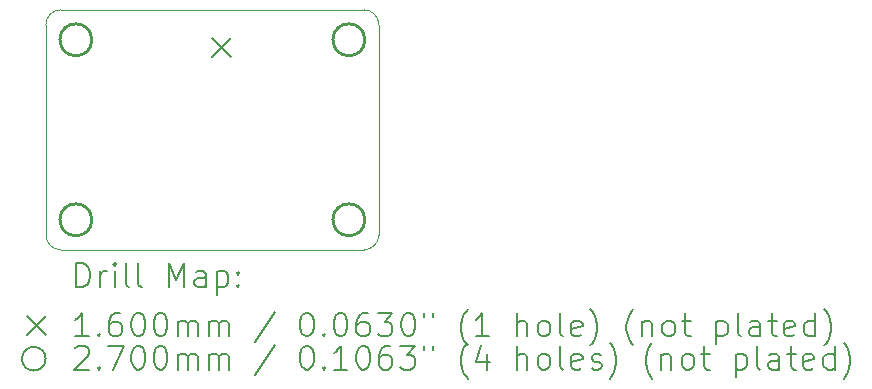
<source format=gbr>
%TF.GenerationSoftware,KiCad,Pcbnew,8.0.4*%
%TF.CreationDate,2024-09-07T16:21:25-07:00*%
%TF.ProjectId,upiez,75706965-7a2e-46b6-9963-61645f706362,rev?*%
%TF.SameCoordinates,Original*%
%TF.FileFunction,Drillmap*%
%TF.FilePolarity,Positive*%
%FSLAX45Y45*%
G04 Gerber Fmt 4.5, Leading zero omitted, Abs format (unit mm)*
G04 Created by KiCad (PCBNEW 8.0.4) date 2024-09-07 16:21:25*
%MOMM*%
%LPD*%
G01*
G04 APERTURE LIST*
%ADD10C,0.050000*%
%ADD11C,0.200000*%
%ADD12C,0.160000*%
%ADD13C,0.270000*%
G04 APERTURE END LIST*
D10*
X5359400Y-4445000D02*
G75*
G02*
X5232400Y-4572000I-127000J0D01*
G01*
X2540000Y-2971800D02*
X2540000Y-2667000D01*
X5232400Y-2540000D02*
G75*
G02*
X5359400Y-2667000I0J-127000D01*
G01*
X2540000Y-4445000D02*
X2540000Y-2971800D01*
X2667000Y-4572000D02*
G75*
G02*
X2540000Y-4445000I0J127000D01*
G01*
X2667000Y-2540000D02*
X5232400Y-2540000D01*
X2540000Y-2667000D02*
G75*
G02*
X2667000Y-2540000I127000J0D01*
G01*
X5359400Y-2667000D02*
X5359400Y-4445000D01*
X5232400Y-4572000D02*
X2667000Y-4572000D01*
D11*
D12*
X3945900Y-2779200D02*
X4105900Y-2939200D01*
X4105900Y-2779200D02*
X3945900Y-2939200D01*
D13*
X2929000Y-2794000D02*
G75*
G02*
X2659000Y-2794000I-135000J0D01*
G01*
X2659000Y-2794000D02*
G75*
G02*
X2929000Y-2794000I135000J0D01*
G01*
X2929000Y-4318000D02*
G75*
G02*
X2659000Y-4318000I-135000J0D01*
G01*
X2659000Y-4318000D02*
G75*
G02*
X2929000Y-4318000I135000J0D01*
G01*
X5240400Y-2794000D02*
G75*
G02*
X4970400Y-2794000I-135000J0D01*
G01*
X4970400Y-2794000D02*
G75*
G02*
X5240400Y-2794000I135000J0D01*
G01*
X5240400Y-4318000D02*
G75*
G02*
X4970400Y-4318000I-135000J0D01*
G01*
X4970400Y-4318000D02*
G75*
G02*
X5240400Y-4318000I135000J0D01*
G01*
D11*
X2798277Y-4885984D02*
X2798277Y-4685984D01*
X2798277Y-4685984D02*
X2845896Y-4685984D01*
X2845896Y-4685984D02*
X2874467Y-4695508D01*
X2874467Y-4695508D02*
X2893515Y-4714555D01*
X2893515Y-4714555D02*
X2903039Y-4733603D01*
X2903039Y-4733603D02*
X2912562Y-4771698D01*
X2912562Y-4771698D02*
X2912562Y-4800270D01*
X2912562Y-4800270D02*
X2903039Y-4838365D01*
X2903039Y-4838365D02*
X2893515Y-4857412D01*
X2893515Y-4857412D02*
X2874467Y-4876460D01*
X2874467Y-4876460D02*
X2845896Y-4885984D01*
X2845896Y-4885984D02*
X2798277Y-4885984D01*
X2998277Y-4885984D02*
X2998277Y-4752650D01*
X2998277Y-4790746D02*
X3007801Y-4771698D01*
X3007801Y-4771698D02*
X3017324Y-4762174D01*
X3017324Y-4762174D02*
X3036372Y-4752650D01*
X3036372Y-4752650D02*
X3055420Y-4752650D01*
X3122086Y-4885984D02*
X3122086Y-4752650D01*
X3122086Y-4685984D02*
X3112562Y-4695508D01*
X3112562Y-4695508D02*
X3122086Y-4705031D01*
X3122086Y-4705031D02*
X3131610Y-4695508D01*
X3131610Y-4695508D02*
X3122086Y-4685984D01*
X3122086Y-4685984D02*
X3122086Y-4705031D01*
X3245896Y-4885984D02*
X3226848Y-4876460D01*
X3226848Y-4876460D02*
X3217324Y-4857412D01*
X3217324Y-4857412D02*
X3217324Y-4685984D01*
X3350658Y-4885984D02*
X3331610Y-4876460D01*
X3331610Y-4876460D02*
X3322086Y-4857412D01*
X3322086Y-4857412D02*
X3322086Y-4685984D01*
X3579229Y-4885984D02*
X3579229Y-4685984D01*
X3579229Y-4685984D02*
X3645896Y-4828841D01*
X3645896Y-4828841D02*
X3712562Y-4685984D01*
X3712562Y-4685984D02*
X3712562Y-4885984D01*
X3893515Y-4885984D02*
X3893515Y-4781222D01*
X3893515Y-4781222D02*
X3883991Y-4762174D01*
X3883991Y-4762174D02*
X3864943Y-4752650D01*
X3864943Y-4752650D02*
X3826848Y-4752650D01*
X3826848Y-4752650D02*
X3807801Y-4762174D01*
X3893515Y-4876460D02*
X3874467Y-4885984D01*
X3874467Y-4885984D02*
X3826848Y-4885984D01*
X3826848Y-4885984D02*
X3807801Y-4876460D01*
X3807801Y-4876460D02*
X3798277Y-4857412D01*
X3798277Y-4857412D02*
X3798277Y-4838365D01*
X3798277Y-4838365D02*
X3807801Y-4819317D01*
X3807801Y-4819317D02*
X3826848Y-4809793D01*
X3826848Y-4809793D02*
X3874467Y-4809793D01*
X3874467Y-4809793D02*
X3893515Y-4800270D01*
X3988753Y-4752650D02*
X3988753Y-4952650D01*
X3988753Y-4762174D02*
X4007801Y-4752650D01*
X4007801Y-4752650D02*
X4045896Y-4752650D01*
X4045896Y-4752650D02*
X4064943Y-4762174D01*
X4064943Y-4762174D02*
X4074467Y-4771698D01*
X4074467Y-4771698D02*
X4083991Y-4790746D01*
X4083991Y-4790746D02*
X4083991Y-4847889D01*
X4083991Y-4847889D02*
X4074467Y-4866936D01*
X4074467Y-4866936D02*
X4064943Y-4876460D01*
X4064943Y-4876460D02*
X4045896Y-4885984D01*
X4045896Y-4885984D02*
X4007801Y-4885984D01*
X4007801Y-4885984D02*
X3988753Y-4876460D01*
X4169705Y-4866936D02*
X4179229Y-4876460D01*
X4179229Y-4876460D02*
X4169705Y-4885984D01*
X4169705Y-4885984D02*
X4160182Y-4876460D01*
X4160182Y-4876460D02*
X4169705Y-4866936D01*
X4169705Y-4866936D02*
X4169705Y-4885984D01*
X4169705Y-4762174D02*
X4179229Y-4771698D01*
X4179229Y-4771698D02*
X4169705Y-4781222D01*
X4169705Y-4781222D02*
X4160182Y-4771698D01*
X4160182Y-4771698D02*
X4169705Y-4762174D01*
X4169705Y-4762174D02*
X4169705Y-4781222D01*
D12*
X2377500Y-5134500D02*
X2537500Y-5294500D01*
X2537500Y-5134500D02*
X2377500Y-5294500D01*
D11*
X2903039Y-5305984D02*
X2788753Y-5305984D01*
X2845896Y-5305984D02*
X2845896Y-5105984D01*
X2845896Y-5105984D02*
X2826848Y-5134555D01*
X2826848Y-5134555D02*
X2807801Y-5153603D01*
X2807801Y-5153603D02*
X2788753Y-5163127D01*
X2988753Y-5286936D02*
X2998277Y-5296460D01*
X2998277Y-5296460D02*
X2988753Y-5305984D01*
X2988753Y-5305984D02*
X2979229Y-5296460D01*
X2979229Y-5296460D02*
X2988753Y-5286936D01*
X2988753Y-5286936D02*
X2988753Y-5305984D01*
X3169705Y-5105984D02*
X3131610Y-5105984D01*
X3131610Y-5105984D02*
X3112562Y-5115508D01*
X3112562Y-5115508D02*
X3103039Y-5125031D01*
X3103039Y-5125031D02*
X3083991Y-5153603D01*
X3083991Y-5153603D02*
X3074467Y-5191698D01*
X3074467Y-5191698D02*
X3074467Y-5267889D01*
X3074467Y-5267889D02*
X3083991Y-5286936D01*
X3083991Y-5286936D02*
X3093515Y-5296460D01*
X3093515Y-5296460D02*
X3112562Y-5305984D01*
X3112562Y-5305984D02*
X3150658Y-5305984D01*
X3150658Y-5305984D02*
X3169705Y-5296460D01*
X3169705Y-5296460D02*
X3179229Y-5286936D01*
X3179229Y-5286936D02*
X3188753Y-5267889D01*
X3188753Y-5267889D02*
X3188753Y-5220270D01*
X3188753Y-5220270D02*
X3179229Y-5201222D01*
X3179229Y-5201222D02*
X3169705Y-5191698D01*
X3169705Y-5191698D02*
X3150658Y-5182174D01*
X3150658Y-5182174D02*
X3112562Y-5182174D01*
X3112562Y-5182174D02*
X3093515Y-5191698D01*
X3093515Y-5191698D02*
X3083991Y-5201222D01*
X3083991Y-5201222D02*
X3074467Y-5220270D01*
X3312562Y-5105984D02*
X3331610Y-5105984D01*
X3331610Y-5105984D02*
X3350658Y-5115508D01*
X3350658Y-5115508D02*
X3360182Y-5125031D01*
X3360182Y-5125031D02*
X3369705Y-5144079D01*
X3369705Y-5144079D02*
X3379229Y-5182174D01*
X3379229Y-5182174D02*
X3379229Y-5229793D01*
X3379229Y-5229793D02*
X3369705Y-5267889D01*
X3369705Y-5267889D02*
X3360182Y-5286936D01*
X3360182Y-5286936D02*
X3350658Y-5296460D01*
X3350658Y-5296460D02*
X3331610Y-5305984D01*
X3331610Y-5305984D02*
X3312562Y-5305984D01*
X3312562Y-5305984D02*
X3293515Y-5296460D01*
X3293515Y-5296460D02*
X3283991Y-5286936D01*
X3283991Y-5286936D02*
X3274467Y-5267889D01*
X3274467Y-5267889D02*
X3264943Y-5229793D01*
X3264943Y-5229793D02*
X3264943Y-5182174D01*
X3264943Y-5182174D02*
X3274467Y-5144079D01*
X3274467Y-5144079D02*
X3283991Y-5125031D01*
X3283991Y-5125031D02*
X3293515Y-5115508D01*
X3293515Y-5115508D02*
X3312562Y-5105984D01*
X3503039Y-5105984D02*
X3522086Y-5105984D01*
X3522086Y-5105984D02*
X3541134Y-5115508D01*
X3541134Y-5115508D02*
X3550658Y-5125031D01*
X3550658Y-5125031D02*
X3560182Y-5144079D01*
X3560182Y-5144079D02*
X3569705Y-5182174D01*
X3569705Y-5182174D02*
X3569705Y-5229793D01*
X3569705Y-5229793D02*
X3560182Y-5267889D01*
X3560182Y-5267889D02*
X3550658Y-5286936D01*
X3550658Y-5286936D02*
X3541134Y-5296460D01*
X3541134Y-5296460D02*
X3522086Y-5305984D01*
X3522086Y-5305984D02*
X3503039Y-5305984D01*
X3503039Y-5305984D02*
X3483991Y-5296460D01*
X3483991Y-5296460D02*
X3474467Y-5286936D01*
X3474467Y-5286936D02*
X3464943Y-5267889D01*
X3464943Y-5267889D02*
X3455420Y-5229793D01*
X3455420Y-5229793D02*
X3455420Y-5182174D01*
X3455420Y-5182174D02*
X3464943Y-5144079D01*
X3464943Y-5144079D02*
X3474467Y-5125031D01*
X3474467Y-5125031D02*
X3483991Y-5115508D01*
X3483991Y-5115508D02*
X3503039Y-5105984D01*
X3655420Y-5305984D02*
X3655420Y-5172650D01*
X3655420Y-5191698D02*
X3664943Y-5182174D01*
X3664943Y-5182174D02*
X3683991Y-5172650D01*
X3683991Y-5172650D02*
X3712563Y-5172650D01*
X3712563Y-5172650D02*
X3731610Y-5182174D01*
X3731610Y-5182174D02*
X3741134Y-5201222D01*
X3741134Y-5201222D02*
X3741134Y-5305984D01*
X3741134Y-5201222D02*
X3750658Y-5182174D01*
X3750658Y-5182174D02*
X3769705Y-5172650D01*
X3769705Y-5172650D02*
X3798277Y-5172650D01*
X3798277Y-5172650D02*
X3817324Y-5182174D01*
X3817324Y-5182174D02*
X3826848Y-5201222D01*
X3826848Y-5201222D02*
X3826848Y-5305984D01*
X3922086Y-5305984D02*
X3922086Y-5172650D01*
X3922086Y-5191698D02*
X3931610Y-5182174D01*
X3931610Y-5182174D02*
X3950658Y-5172650D01*
X3950658Y-5172650D02*
X3979229Y-5172650D01*
X3979229Y-5172650D02*
X3998277Y-5182174D01*
X3998277Y-5182174D02*
X4007801Y-5201222D01*
X4007801Y-5201222D02*
X4007801Y-5305984D01*
X4007801Y-5201222D02*
X4017324Y-5182174D01*
X4017324Y-5182174D02*
X4036372Y-5172650D01*
X4036372Y-5172650D02*
X4064943Y-5172650D01*
X4064943Y-5172650D02*
X4083991Y-5182174D01*
X4083991Y-5182174D02*
X4093515Y-5201222D01*
X4093515Y-5201222D02*
X4093515Y-5305984D01*
X4483991Y-5096460D02*
X4312563Y-5353603D01*
X4741134Y-5105984D02*
X4760182Y-5105984D01*
X4760182Y-5105984D02*
X4779229Y-5115508D01*
X4779229Y-5115508D02*
X4788753Y-5125031D01*
X4788753Y-5125031D02*
X4798277Y-5144079D01*
X4798277Y-5144079D02*
X4807801Y-5182174D01*
X4807801Y-5182174D02*
X4807801Y-5229793D01*
X4807801Y-5229793D02*
X4798277Y-5267889D01*
X4798277Y-5267889D02*
X4788753Y-5286936D01*
X4788753Y-5286936D02*
X4779229Y-5296460D01*
X4779229Y-5296460D02*
X4760182Y-5305984D01*
X4760182Y-5305984D02*
X4741134Y-5305984D01*
X4741134Y-5305984D02*
X4722087Y-5296460D01*
X4722087Y-5296460D02*
X4712563Y-5286936D01*
X4712563Y-5286936D02*
X4703039Y-5267889D01*
X4703039Y-5267889D02*
X4693515Y-5229793D01*
X4693515Y-5229793D02*
X4693515Y-5182174D01*
X4693515Y-5182174D02*
X4703039Y-5144079D01*
X4703039Y-5144079D02*
X4712563Y-5125031D01*
X4712563Y-5125031D02*
X4722087Y-5115508D01*
X4722087Y-5115508D02*
X4741134Y-5105984D01*
X4893515Y-5286936D02*
X4903039Y-5296460D01*
X4903039Y-5296460D02*
X4893515Y-5305984D01*
X4893515Y-5305984D02*
X4883991Y-5296460D01*
X4883991Y-5296460D02*
X4893515Y-5286936D01*
X4893515Y-5286936D02*
X4893515Y-5305984D01*
X5026848Y-5105984D02*
X5045896Y-5105984D01*
X5045896Y-5105984D02*
X5064944Y-5115508D01*
X5064944Y-5115508D02*
X5074468Y-5125031D01*
X5074468Y-5125031D02*
X5083991Y-5144079D01*
X5083991Y-5144079D02*
X5093515Y-5182174D01*
X5093515Y-5182174D02*
X5093515Y-5229793D01*
X5093515Y-5229793D02*
X5083991Y-5267889D01*
X5083991Y-5267889D02*
X5074468Y-5286936D01*
X5074468Y-5286936D02*
X5064944Y-5296460D01*
X5064944Y-5296460D02*
X5045896Y-5305984D01*
X5045896Y-5305984D02*
X5026848Y-5305984D01*
X5026848Y-5305984D02*
X5007801Y-5296460D01*
X5007801Y-5296460D02*
X4998277Y-5286936D01*
X4998277Y-5286936D02*
X4988753Y-5267889D01*
X4988753Y-5267889D02*
X4979229Y-5229793D01*
X4979229Y-5229793D02*
X4979229Y-5182174D01*
X4979229Y-5182174D02*
X4988753Y-5144079D01*
X4988753Y-5144079D02*
X4998277Y-5125031D01*
X4998277Y-5125031D02*
X5007801Y-5115508D01*
X5007801Y-5115508D02*
X5026848Y-5105984D01*
X5264944Y-5105984D02*
X5226848Y-5105984D01*
X5226848Y-5105984D02*
X5207801Y-5115508D01*
X5207801Y-5115508D02*
X5198277Y-5125031D01*
X5198277Y-5125031D02*
X5179229Y-5153603D01*
X5179229Y-5153603D02*
X5169706Y-5191698D01*
X5169706Y-5191698D02*
X5169706Y-5267889D01*
X5169706Y-5267889D02*
X5179229Y-5286936D01*
X5179229Y-5286936D02*
X5188753Y-5296460D01*
X5188753Y-5296460D02*
X5207801Y-5305984D01*
X5207801Y-5305984D02*
X5245896Y-5305984D01*
X5245896Y-5305984D02*
X5264944Y-5296460D01*
X5264944Y-5296460D02*
X5274468Y-5286936D01*
X5274468Y-5286936D02*
X5283991Y-5267889D01*
X5283991Y-5267889D02*
X5283991Y-5220270D01*
X5283991Y-5220270D02*
X5274468Y-5201222D01*
X5274468Y-5201222D02*
X5264944Y-5191698D01*
X5264944Y-5191698D02*
X5245896Y-5182174D01*
X5245896Y-5182174D02*
X5207801Y-5182174D01*
X5207801Y-5182174D02*
X5188753Y-5191698D01*
X5188753Y-5191698D02*
X5179229Y-5201222D01*
X5179229Y-5201222D02*
X5169706Y-5220270D01*
X5350658Y-5105984D02*
X5474468Y-5105984D01*
X5474468Y-5105984D02*
X5407801Y-5182174D01*
X5407801Y-5182174D02*
X5436372Y-5182174D01*
X5436372Y-5182174D02*
X5455420Y-5191698D01*
X5455420Y-5191698D02*
X5464944Y-5201222D01*
X5464944Y-5201222D02*
X5474468Y-5220270D01*
X5474468Y-5220270D02*
X5474468Y-5267889D01*
X5474468Y-5267889D02*
X5464944Y-5286936D01*
X5464944Y-5286936D02*
X5455420Y-5296460D01*
X5455420Y-5296460D02*
X5436372Y-5305984D01*
X5436372Y-5305984D02*
X5379229Y-5305984D01*
X5379229Y-5305984D02*
X5360182Y-5296460D01*
X5360182Y-5296460D02*
X5350658Y-5286936D01*
X5598277Y-5105984D02*
X5617325Y-5105984D01*
X5617325Y-5105984D02*
X5636372Y-5115508D01*
X5636372Y-5115508D02*
X5645896Y-5125031D01*
X5645896Y-5125031D02*
X5655420Y-5144079D01*
X5655420Y-5144079D02*
X5664944Y-5182174D01*
X5664944Y-5182174D02*
X5664944Y-5229793D01*
X5664944Y-5229793D02*
X5655420Y-5267889D01*
X5655420Y-5267889D02*
X5645896Y-5286936D01*
X5645896Y-5286936D02*
X5636372Y-5296460D01*
X5636372Y-5296460D02*
X5617325Y-5305984D01*
X5617325Y-5305984D02*
X5598277Y-5305984D01*
X5598277Y-5305984D02*
X5579229Y-5296460D01*
X5579229Y-5296460D02*
X5569706Y-5286936D01*
X5569706Y-5286936D02*
X5560182Y-5267889D01*
X5560182Y-5267889D02*
X5550658Y-5229793D01*
X5550658Y-5229793D02*
X5550658Y-5182174D01*
X5550658Y-5182174D02*
X5560182Y-5144079D01*
X5560182Y-5144079D02*
X5569706Y-5125031D01*
X5569706Y-5125031D02*
X5579229Y-5115508D01*
X5579229Y-5115508D02*
X5598277Y-5105984D01*
X5741134Y-5105984D02*
X5741134Y-5144079D01*
X5817325Y-5105984D02*
X5817325Y-5144079D01*
X6112563Y-5382174D02*
X6103039Y-5372650D01*
X6103039Y-5372650D02*
X6083991Y-5344079D01*
X6083991Y-5344079D02*
X6074468Y-5325031D01*
X6074468Y-5325031D02*
X6064944Y-5296460D01*
X6064944Y-5296460D02*
X6055420Y-5248841D01*
X6055420Y-5248841D02*
X6055420Y-5210746D01*
X6055420Y-5210746D02*
X6064944Y-5163127D01*
X6064944Y-5163127D02*
X6074468Y-5134555D01*
X6074468Y-5134555D02*
X6083991Y-5115508D01*
X6083991Y-5115508D02*
X6103039Y-5086936D01*
X6103039Y-5086936D02*
X6112563Y-5077412D01*
X6293515Y-5305984D02*
X6179229Y-5305984D01*
X6236372Y-5305984D02*
X6236372Y-5105984D01*
X6236372Y-5105984D02*
X6217325Y-5134555D01*
X6217325Y-5134555D02*
X6198277Y-5153603D01*
X6198277Y-5153603D02*
X6179229Y-5163127D01*
X6531610Y-5305984D02*
X6531610Y-5105984D01*
X6617325Y-5305984D02*
X6617325Y-5201222D01*
X6617325Y-5201222D02*
X6607801Y-5182174D01*
X6607801Y-5182174D02*
X6588753Y-5172650D01*
X6588753Y-5172650D02*
X6560182Y-5172650D01*
X6560182Y-5172650D02*
X6541134Y-5182174D01*
X6541134Y-5182174D02*
X6531610Y-5191698D01*
X6741134Y-5305984D02*
X6722087Y-5296460D01*
X6722087Y-5296460D02*
X6712563Y-5286936D01*
X6712563Y-5286936D02*
X6703039Y-5267889D01*
X6703039Y-5267889D02*
X6703039Y-5210746D01*
X6703039Y-5210746D02*
X6712563Y-5191698D01*
X6712563Y-5191698D02*
X6722087Y-5182174D01*
X6722087Y-5182174D02*
X6741134Y-5172650D01*
X6741134Y-5172650D02*
X6769706Y-5172650D01*
X6769706Y-5172650D02*
X6788753Y-5182174D01*
X6788753Y-5182174D02*
X6798277Y-5191698D01*
X6798277Y-5191698D02*
X6807801Y-5210746D01*
X6807801Y-5210746D02*
X6807801Y-5267889D01*
X6807801Y-5267889D02*
X6798277Y-5286936D01*
X6798277Y-5286936D02*
X6788753Y-5296460D01*
X6788753Y-5296460D02*
X6769706Y-5305984D01*
X6769706Y-5305984D02*
X6741134Y-5305984D01*
X6922087Y-5305984D02*
X6903039Y-5296460D01*
X6903039Y-5296460D02*
X6893515Y-5277412D01*
X6893515Y-5277412D02*
X6893515Y-5105984D01*
X7074468Y-5296460D02*
X7055420Y-5305984D01*
X7055420Y-5305984D02*
X7017325Y-5305984D01*
X7017325Y-5305984D02*
X6998277Y-5296460D01*
X6998277Y-5296460D02*
X6988753Y-5277412D01*
X6988753Y-5277412D02*
X6988753Y-5201222D01*
X6988753Y-5201222D02*
X6998277Y-5182174D01*
X6998277Y-5182174D02*
X7017325Y-5172650D01*
X7017325Y-5172650D02*
X7055420Y-5172650D01*
X7055420Y-5172650D02*
X7074468Y-5182174D01*
X7074468Y-5182174D02*
X7083991Y-5201222D01*
X7083991Y-5201222D02*
X7083991Y-5220270D01*
X7083991Y-5220270D02*
X6988753Y-5239317D01*
X7150658Y-5382174D02*
X7160182Y-5372650D01*
X7160182Y-5372650D02*
X7179230Y-5344079D01*
X7179230Y-5344079D02*
X7188753Y-5325031D01*
X7188753Y-5325031D02*
X7198277Y-5296460D01*
X7198277Y-5296460D02*
X7207801Y-5248841D01*
X7207801Y-5248841D02*
X7207801Y-5210746D01*
X7207801Y-5210746D02*
X7198277Y-5163127D01*
X7198277Y-5163127D02*
X7188753Y-5134555D01*
X7188753Y-5134555D02*
X7179230Y-5115508D01*
X7179230Y-5115508D02*
X7160182Y-5086936D01*
X7160182Y-5086936D02*
X7150658Y-5077412D01*
X7512563Y-5382174D02*
X7503039Y-5372650D01*
X7503039Y-5372650D02*
X7483991Y-5344079D01*
X7483991Y-5344079D02*
X7474468Y-5325031D01*
X7474468Y-5325031D02*
X7464944Y-5296460D01*
X7464944Y-5296460D02*
X7455420Y-5248841D01*
X7455420Y-5248841D02*
X7455420Y-5210746D01*
X7455420Y-5210746D02*
X7464944Y-5163127D01*
X7464944Y-5163127D02*
X7474468Y-5134555D01*
X7474468Y-5134555D02*
X7483991Y-5115508D01*
X7483991Y-5115508D02*
X7503039Y-5086936D01*
X7503039Y-5086936D02*
X7512563Y-5077412D01*
X7588753Y-5172650D02*
X7588753Y-5305984D01*
X7588753Y-5191698D02*
X7598277Y-5182174D01*
X7598277Y-5182174D02*
X7617325Y-5172650D01*
X7617325Y-5172650D02*
X7645896Y-5172650D01*
X7645896Y-5172650D02*
X7664944Y-5182174D01*
X7664944Y-5182174D02*
X7674468Y-5201222D01*
X7674468Y-5201222D02*
X7674468Y-5305984D01*
X7798277Y-5305984D02*
X7779230Y-5296460D01*
X7779230Y-5296460D02*
X7769706Y-5286936D01*
X7769706Y-5286936D02*
X7760182Y-5267889D01*
X7760182Y-5267889D02*
X7760182Y-5210746D01*
X7760182Y-5210746D02*
X7769706Y-5191698D01*
X7769706Y-5191698D02*
X7779230Y-5182174D01*
X7779230Y-5182174D02*
X7798277Y-5172650D01*
X7798277Y-5172650D02*
X7826849Y-5172650D01*
X7826849Y-5172650D02*
X7845896Y-5182174D01*
X7845896Y-5182174D02*
X7855420Y-5191698D01*
X7855420Y-5191698D02*
X7864944Y-5210746D01*
X7864944Y-5210746D02*
X7864944Y-5267889D01*
X7864944Y-5267889D02*
X7855420Y-5286936D01*
X7855420Y-5286936D02*
X7845896Y-5296460D01*
X7845896Y-5296460D02*
X7826849Y-5305984D01*
X7826849Y-5305984D02*
X7798277Y-5305984D01*
X7922087Y-5172650D02*
X7998277Y-5172650D01*
X7950658Y-5105984D02*
X7950658Y-5277412D01*
X7950658Y-5277412D02*
X7960182Y-5296460D01*
X7960182Y-5296460D02*
X7979230Y-5305984D01*
X7979230Y-5305984D02*
X7998277Y-5305984D01*
X8217325Y-5172650D02*
X8217325Y-5372650D01*
X8217325Y-5182174D02*
X8236372Y-5172650D01*
X8236372Y-5172650D02*
X8274468Y-5172650D01*
X8274468Y-5172650D02*
X8293515Y-5182174D01*
X8293515Y-5182174D02*
X8303039Y-5191698D01*
X8303039Y-5191698D02*
X8312563Y-5210746D01*
X8312563Y-5210746D02*
X8312563Y-5267889D01*
X8312563Y-5267889D02*
X8303039Y-5286936D01*
X8303039Y-5286936D02*
X8293515Y-5296460D01*
X8293515Y-5296460D02*
X8274468Y-5305984D01*
X8274468Y-5305984D02*
X8236372Y-5305984D01*
X8236372Y-5305984D02*
X8217325Y-5296460D01*
X8426849Y-5305984D02*
X8407801Y-5296460D01*
X8407801Y-5296460D02*
X8398277Y-5277412D01*
X8398277Y-5277412D02*
X8398277Y-5105984D01*
X8588754Y-5305984D02*
X8588754Y-5201222D01*
X8588754Y-5201222D02*
X8579230Y-5182174D01*
X8579230Y-5182174D02*
X8560182Y-5172650D01*
X8560182Y-5172650D02*
X8522087Y-5172650D01*
X8522087Y-5172650D02*
X8503039Y-5182174D01*
X8588754Y-5296460D02*
X8569706Y-5305984D01*
X8569706Y-5305984D02*
X8522087Y-5305984D01*
X8522087Y-5305984D02*
X8503039Y-5296460D01*
X8503039Y-5296460D02*
X8493515Y-5277412D01*
X8493515Y-5277412D02*
X8493515Y-5258365D01*
X8493515Y-5258365D02*
X8503039Y-5239317D01*
X8503039Y-5239317D02*
X8522087Y-5229793D01*
X8522087Y-5229793D02*
X8569706Y-5229793D01*
X8569706Y-5229793D02*
X8588754Y-5220270D01*
X8655420Y-5172650D02*
X8731611Y-5172650D01*
X8683992Y-5105984D02*
X8683992Y-5277412D01*
X8683992Y-5277412D02*
X8693515Y-5296460D01*
X8693515Y-5296460D02*
X8712563Y-5305984D01*
X8712563Y-5305984D02*
X8731611Y-5305984D01*
X8874468Y-5296460D02*
X8855420Y-5305984D01*
X8855420Y-5305984D02*
X8817325Y-5305984D01*
X8817325Y-5305984D02*
X8798277Y-5296460D01*
X8798277Y-5296460D02*
X8788754Y-5277412D01*
X8788754Y-5277412D02*
X8788754Y-5201222D01*
X8788754Y-5201222D02*
X8798277Y-5182174D01*
X8798277Y-5182174D02*
X8817325Y-5172650D01*
X8817325Y-5172650D02*
X8855420Y-5172650D01*
X8855420Y-5172650D02*
X8874468Y-5182174D01*
X8874468Y-5182174D02*
X8883992Y-5201222D01*
X8883992Y-5201222D02*
X8883992Y-5220270D01*
X8883992Y-5220270D02*
X8788754Y-5239317D01*
X9055420Y-5305984D02*
X9055420Y-5105984D01*
X9055420Y-5296460D02*
X9036373Y-5305984D01*
X9036373Y-5305984D02*
X8998277Y-5305984D01*
X8998277Y-5305984D02*
X8979230Y-5296460D01*
X8979230Y-5296460D02*
X8969706Y-5286936D01*
X8969706Y-5286936D02*
X8960182Y-5267889D01*
X8960182Y-5267889D02*
X8960182Y-5210746D01*
X8960182Y-5210746D02*
X8969706Y-5191698D01*
X8969706Y-5191698D02*
X8979230Y-5182174D01*
X8979230Y-5182174D02*
X8998277Y-5172650D01*
X8998277Y-5172650D02*
X9036373Y-5172650D01*
X9036373Y-5172650D02*
X9055420Y-5182174D01*
X9131611Y-5382174D02*
X9141135Y-5372650D01*
X9141135Y-5372650D02*
X9160182Y-5344079D01*
X9160182Y-5344079D02*
X9169706Y-5325031D01*
X9169706Y-5325031D02*
X9179230Y-5296460D01*
X9179230Y-5296460D02*
X9188754Y-5248841D01*
X9188754Y-5248841D02*
X9188754Y-5210746D01*
X9188754Y-5210746D02*
X9179230Y-5163127D01*
X9179230Y-5163127D02*
X9169706Y-5134555D01*
X9169706Y-5134555D02*
X9160182Y-5115508D01*
X9160182Y-5115508D02*
X9141135Y-5086936D01*
X9141135Y-5086936D02*
X9131611Y-5077412D01*
X2537500Y-5494500D02*
G75*
G02*
X2337500Y-5494500I-100000J0D01*
G01*
X2337500Y-5494500D02*
G75*
G02*
X2537500Y-5494500I100000J0D01*
G01*
X2788753Y-5405031D02*
X2798277Y-5395508D01*
X2798277Y-5395508D02*
X2817324Y-5385984D01*
X2817324Y-5385984D02*
X2864943Y-5385984D01*
X2864943Y-5385984D02*
X2883991Y-5395508D01*
X2883991Y-5395508D02*
X2893515Y-5405031D01*
X2893515Y-5405031D02*
X2903039Y-5424079D01*
X2903039Y-5424079D02*
X2903039Y-5443127D01*
X2903039Y-5443127D02*
X2893515Y-5471698D01*
X2893515Y-5471698D02*
X2779229Y-5585984D01*
X2779229Y-5585984D02*
X2903039Y-5585984D01*
X2988753Y-5566936D02*
X2998277Y-5576460D01*
X2998277Y-5576460D02*
X2988753Y-5585984D01*
X2988753Y-5585984D02*
X2979229Y-5576460D01*
X2979229Y-5576460D02*
X2988753Y-5566936D01*
X2988753Y-5566936D02*
X2988753Y-5585984D01*
X3064943Y-5385984D02*
X3198277Y-5385984D01*
X3198277Y-5385984D02*
X3112562Y-5585984D01*
X3312562Y-5385984D02*
X3331610Y-5385984D01*
X3331610Y-5385984D02*
X3350658Y-5395508D01*
X3350658Y-5395508D02*
X3360182Y-5405031D01*
X3360182Y-5405031D02*
X3369705Y-5424079D01*
X3369705Y-5424079D02*
X3379229Y-5462174D01*
X3379229Y-5462174D02*
X3379229Y-5509793D01*
X3379229Y-5509793D02*
X3369705Y-5547889D01*
X3369705Y-5547889D02*
X3360182Y-5566936D01*
X3360182Y-5566936D02*
X3350658Y-5576460D01*
X3350658Y-5576460D02*
X3331610Y-5585984D01*
X3331610Y-5585984D02*
X3312562Y-5585984D01*
X3312562Y-5585984D02*
X3293515Y-5576460D01*
X3293515Y-5576460D02*
X3283991Y-5566936D01*
X3283991Y-5566936D02*
X3274467Y-5547889D01*
X3274467Y-5547889D02*
X3264943Y-5509793D01*
X3264943Y-5509793D02*
X3264943Y-5462174D01*
X3264943Y-5462174D02*
X3274467Y-5424079D01*
X3274467Y-5424079D02*
X3283991Y-5405031D01*
X3283991Y-5405031D02*
X3293515Y-5395508D01*
X3293515Y-5395508D02*
X3312562Y-5385984D01*
X3503039Y-5385984D02*
X3522086Y-5385984D01*
X3522086Y-5385984D02*
X3541134Y-5395508D01*
X3541134Y-5395508D02*
X3550658Y-5405031D01*
X3550658Y-5405031D02*
X3560182Y-5424079D01*
X3560182Y-5424079D02*
X3569705Y-5462174D01*
X3569705Y-5462174D02*
X3569705Y-5509793D01*
X3569705Y-5509793D02*
X3560182Y-5547889D01*
X3560182Y-5547889D02*
X3550658Y-5566936D01*
X3550658Y-5566936D02*
X3541134Y-5576460D01*
X3541134Y-5576460D02*
X3522086Y-5585984D01*
X3522086Y-5585984D02*
X3503039Y-5585984D01*
X3503039Y-5585984D02*
X3483991Y-5576460D01*
X3483991Y-5576460D02*
X3474467Y-5566936D01*
X3474467Y-5566936D02*
X3464943Y-5547889D01*
X3464943Y-5547889D02*
X3455420Y-5509793D01*
X3455420Y-5509793D02*
X3455420Y-5462174D01*
X3455420Y-5462174D02*
X3464943Y-5424079D01*
X3464943Y-5424079D02*
X3474467Y-5405031D01*
X3474467Y-5405031D02*
X3483991Y-5395508D01*
X3483991Y-5395508D02*
X3503039Y-5385984D01*
X3655420Y-5585984D02*
X3655420Y-5452650D01*
X3655420Y-5471698D02*
X3664943Y-5462174D01*
X3664943Y-5462174D02*
X3683991Y-5452650D01*
X3683991Y-5452650D02*
X3712563Y-5452650D01*
X3712563Y-5452650D02*
X3731610Y-5462174D01*
X3731610Y-5462174D02*
X3741134Y-5481222D01*
X3741134Y-5481222D02*
X3741134Y-5585984D01*
X3741134Y-5481222D02*
X3750658Y-5462174D01*
X3750658Y-5462174D02*
X3769705Y-5452650D01*
X3769705Y-5452650D02*
X3798277Y-5452650D01*
X3798277Y-5452650D02*
X3817324Y-5462174D01*
X3817324Y-5462174D02*
X3826848Y-5481222D01*
X3826848Y-5481222D02*
X3826848Y-5585984D01*
X3922086Y-5585984D02*
X3922086Y-5452650D01*
X3922086Y-5471698D02*
X3931610Y-5462174D01*
X3931610Y-5462174D02*
X3950658Y-5452650D01*
X3950658Y-5452650D02*
X3979229Y-5452650D01*
X3979229Y-5452650D02*
X3998277Y-5462174D01*
X3998277Y-5462174D02*
X4007801Y-5481222D01*
X4007801Y-5481222D02*
X4007801Y-5585984D01*
X4007801Y-5481222D02*
X4017324Y-5462174D01*
X4017324Y-5462174D02*
X4036372Y-5452650D01*
X4036372Y-5452650D02*
X4064943Y-5452650D01*
X4064943Y-5452650D02*
X4083991Y-5462174D01*
X4083991Y-5462174D02*
X4093515Y-5481222D01*
X4093515Y-5481222D02*
X4093515Y-5585984D01*
X4483991Y-5376460D02*
X4312563Y-5633603D01*
X4741134Y-5385984D02*
X4760182Y-5385984D01*
X4760182Y-5385984D02*
X4779229Y-5395508D01*
X4779229Y-5395508D02*
X4788753Y-5405031D01*
X4788753Y-5405031D02*
X4798277Y-5424079D01*
X4798277Y-5424079D02*
X4807801Y-5462174D01*
X4807801Y-5462174D02*
X4807801Y-5509793D01*
X4807801Y-5509793D02*
X4798277Y-5547889D01*
X4798277Y-5547889D02*
X4788753Y-5566936D01*
X4788753Y-5566936D02*
X4779229Y-5576460D01*
X4779229Y-5576460D02*
X4760182Y-5585984D01*
X4760182Y-5585984D02*
X4741134Y-5585984D01*
X4741134Y-5585984D02*
X4722087Y-5576460D01*
X4722087Y-5576460D02*
X4712563Y-5566936D01*
X4712563Y-5566936D02*
X4703039Y-5547889D01*
X4703039Y-5547889D02*
X4693515Y-5509793D01*
X4693515Y-5509793D02*
X4693515Y-5462174D01*
X4693515Y-5462174D02*
X4703039Y-5424079D01*
X4703039Y-5424079D02*
X4712563Y-5405031D01*
X4712563Y-5405031D02*
X4722087Y-5395508D01*
X4722087Y-5395508D02*
X4741134Y-5385984D01*
X4893515Y-5566936D02*
X4903039Y-5576460D01*
X4903039Y-5576460D02*
X4893515Y-5585984D01*
X4893515Y-5585984D02*
X4883991Y-5576460D01*
X4883991Y-5576460D02*
X4893515Y-5566936D01*
X4893515Y-5566936D02*
X4893515Y-5585984D01*
X5093515Y-5585984D02*
X4979229Y-5585984D01*
X5036372Y-5585984D02*
X5036372Y-5385984D01*
X5036372Y-5385984D02*
X5017325Y-5414555D01*
X5017325Y-5414555D02*
X4998277Y-5433603D01*
X4998277Y-5433603D02*
X4979229Y-5443127D01*
X5217325Y-5385984D02*
X5236372Y-5385984D01*
X5236372Y-5385984D02*
X5255420Y-5395508D01*
X5255420Y-5395508D02*
X5264944Y-5405031D01*
X5264944Y-5405031D02*
X5274468Y-5424079D01*
X5274468Y-5424079D02*
X5283991Y-5462174D01*
X5283991Y-5462174D02*
X5283991Y-5509793D01*
X5283991Y-5509793D02*
X5274468Y-5547889D01*
X5274468Y-5547889D02*
X5264944Y-5566936D01*
X5264944Y-5566936D02*
X5255420Y-5576460D01*
X5255420Y-5576460D02*
X5236372Y-5585984D01*
X5236372Y-5585984D02*
X5217325Y-5585984D01*
X5217325Y-5585984D02*
X5198277Y-5576460D01*
X5198277Y-5576460D02*
X5188753Y-5566936D01*
X5188753Y-5566936D02*
X5179229Y-5547889D01*
X5179229Y-5547889D02*
X5169706Y-5509793D01*
X5169706Y-5509793D02*
X5169706Y-5462174D01*
X5169706Y-5462174D02*
X5179229Y-5424079D01*
X5179229Y-5424079D02*
X5188753Y-5405031D01*
X5188753Y-5405031D02*
X5198277Y-5395508D01*
X5198277Y-5395508D02*
X5217325Y-5385984D01*
X5455420Y-5385984D02*
X5417325Y-5385984D01*
X5417325Y-5385984D02*
X5398277Y-5395508D01*
X5398277Y-5395508D02*
X5388753Y-5405031D01*
X5388753Y-5405031D02*
X5369706Y-5433603D01*
X5369706Y-5433603D02*
X5360182Y-5471698D01*
X5360182Y-5471698D02*
X5360182Y-5547889D01*
X5360182Y-5547889D02*
X5369706Y-5566936D01*
X5369706Y-5566936D02*
X5379229Y-5576460D01*
X5379229Y-5576460D02*
X5398277Y-5585984D01*
X5398277Y-5585984D02*
X5436372Y-5585984D01*
X5436372Y-5585984D02*
X5455420Y-5576460D01*
X5455420Y-5576460D02*
X5464944Y-5566936D01*
X5464944Y-5566936D02*
X5474468Y-5547889D01*
X5474468Y-5547889D02*
X5474468Y-5500270D01*
X5474468Y-5500270D02*
X5464944Y-5481222D01*
X5464944Y-5481222D02*
X5455420Y-5471698D01*
X5455420Y-5471698D02*
X5436372Y-5462174D01*
X5436372Y-5462174D02*
X5398277Y-5462174D01*
X5398277Y-5462174D02*
X5379229Y-5471698D01*
X5379229Y-5471698D02*
X5369706Y-5481222D01*
X5369706Y-5481222D02*
X5360182Y-5500270D01*
X5541134Y-5385984D02*
X5664944Y-5385984D01*
X5664944Y-5385984D02*
X5598277Y-5462174D01*
X5598277Y-5462174D02*
X5626848Y-5462174D01*
X5626848Y-5462174D02*
X5645896Y-5471698D01*
X5645896Y-5471698D02*
X5655420Y-5481222D01*
X5655420Y-5481222D02*
X5664944Y-5500270D01*
X5664944Y-5500270D02*
X5664944Y-5547889D01*
X5664944Y-5547889D02*
X5655420Y-5566936D01*
X5655420Y-5566936D02*
X5645896Y-5576460D01*
X5645896Y-5576460D02*
X5626848Y-5585984D01*
X5626848Y-5585984D02*
X5569706Y-5585984D01*
X5569706Y-5585984D02*
X5550658Y-5576460D01*
X5550658Y-5576460D02*
X5541134Y-5566936D01*
X5741134Y-5385984D02*
X5741134Y-5424079D01*
X5817325Y-5385984D02*
X5817325Y-5424079D01*
X6112563Y-5662174D02*
X6103039Y-5652650D01*
X6103039Y-5652650D02*
X6083991Y-5624079D01*
X6083991Y-5624079D02*
X6074468Y-5605031D01*
X6074468Y-5605031D02*
X6064944Y-5576460D01*
X6064944Y-5576460D02*
X6055420Y-5528841D01*
X6055420Y-5528841D02*
X6055420Y-5490746D01*
X6055420Y-5490746D02*
X6064944Y-5443127D01*
X6064944Y-5443127D02*
X6074468Y-5414555D01*
X6074468Y-5414555D02*
X6083991Y-5395508D01*
X6083991Y-5395508D02*
X6103039Y-5366936D01*
X6103039Y-5366936D02*
X6112563Y-5357412D01*
X6274468Y-5452650D02*
X6274468Y-5585984D01*
X6226848Y-5376460D02*
X6179229Y-5519317D01*
X6179229Y-5519317D02*
X6303039Y-5519317D01*
X6531610Y-5585984D02*
X6531610Y-5385984D01*
X6617325Y-5585984D02*
X6617325Y-5481222D01*
X6617325Y-5481222D02*
X6607801Y-5462174D01*
X6607801Y-5462174D02*
X6588753Y-5452650D01*
X6588753Y-5452650D02*
X6560182Y-5452650D01*
X6560182Y-5452650D02*
X6541134Y-5462174D01*
X6541134Y-5462174D02*
X6531610Y-5471698D01*
X6741134Y-5585984D02*
X6722087Y-5576460D01*
X6722087Y-5576460D02*
X6712563Y-5566936D01*
X6712563Y-5566936D02*
X6703039Y-5547889D01*
X6703039Y-5547889D02*
X6703039Y-5490746D01*
X6703039Y-5490746D02*
X6712563Y-5471698D01*
X6712563Y-5471698D02*
X6722087Y-5462174D01*
X6722087Y-5462174D02*
X6741134Y-5452650D01*
X6741134Y-5452650D02*
X6769706Y-5452650D01*
X6769706Y-5452650D02*
X6788753Y-5462174D01*
X6788753Y-5462174D02*
X6798277Y-5471698D01*
X6798277Y-5471698D02*
X6807801Y-5490746D01*
X6807801Y-5490746D02*
X6807801Y-5547889D01*
X6807801Y-5547889D02*
X6798277Y-5566936D01*
X6798277Y-5566936D02*
X6788753Y-5576460D01*
X6788753Y-5576460D02*
X6769706Y-5585984D01*
X6769706Y-5585984D02*
X6741134Y-5585984D01*
X6922087Y-5585984D02*
X6903039Y-5576460D01*
X6903039Y-5576460D02*
X6893515Y-5557412D01*
X6893515Y-5557412D02*
X6893515Y-5385984D01*
X7074468Y-5576460D02*
X7055420Y-5585984D01*
X7055420Y-5585984D02*
X7017325Y-5585984D01*
X7017325Y-5585984D02*
X6998277Y-5576460D01*
X6998277Y-5576460D02*
X6988753Y-5557412D01*
X6988753Y-5557412D02*
X6988753Y-5481222D01*
X6988753Y-5481222D02*
X6998277Y-5462174D01*
X6998277Y-5462174D02*
X7017325Y-5452650D01*
X7017325Y-5452650D02*
X7055420Y-5452650D01*
X7055420Y-5452650D02*
X7074468Y-5462174D01*
X7074468Y-5462174D02*
X7083991Y-5481222D01*
X7083991Y-5481222D02*
X7083991Y-5500270D01*
X7083991Y-5500270D02*
X6988753Y-5519317D01*
X7160182Y-5576460D02*
X7179230Y-5585984D01*
X7179230Y-5585984D02*
X7217325Y-5585984D01*
X7217325Y-5585984D02*
X7236372Y-5576460D01*
X7236372Y-5576460D02*
X7245896Y-5557412D01*
X7245896Y-5557412D02*
X7245896Y-5547889D01*
X7245896Y-5547889D02*
X7236372Y-5528841D01*
X7236372Y-5528841D02*
X7217325Y-5519317D01*
X7217325Y-5519317D02*
X7188753Y-5519317D01*
X7188753Y-5519317D02*
X7169706Y-5509793D01*
X7169706Y-5509793D02*
X7160182Y-5490746D01*
X7160182Y-5490746D02*
X7160182Y-5481222D01*
X7160182Y-5481222D02*
X7169706Y-5462174D01*
X7169706Y-5462174D02*
X7188753Y-5452650D01*
X7188753Y-5452650D02*
X7217325Y-5452650D01*
X7217325Y-5452650D02*
X7236372Y-5462174D01*
X7312563Y-5662174D02*
X7322087Y-5652650D01*
X7322087Y-5652650D02*
X7341134Y-5624079D01*
X7341134Y-5624079D02*
X7350658Y-5605031D01*
X7350658Y-5605031D02*
X7360182Y-5576460D01*
X7360182Y-5576460D02*
X7369706Y-5528841D01*
X7369706Y-5528841D02*
X7369706Y-5490746D01*
X7369706Y-5490746D02*
X7360182Y-5443127D01*
X7360182Y-5443127D02*
X7350658Y-5414555D01*
X7350658Y-5414555D02*
X7341134Y-5395508D01*
X7341134Y-5395508D02*
X7322087Y-5366936D01*
X7322087Y-5366936D02*
X7312563Y-5357412D01*
X7674468Y-5662174D02*
X7664944Y-5652650D01*
X7664944Y-5652650D02*
X7645896Y-5624079D01*
X7645896Y-5624079D02*
X7636372Y-5605031D01*
X7636372Y-5605031D02*
X7626849Y-5576460D01*
X7626849Y-5576460D02*
X7617325Y-5528841D01*
X7617325Y-5528841D02*
X7617325Y-5490746D01*
X7617325Y-5490746D02*
X7626849Y-5443127D01*
X7626849Y-5443127D02*
X7636372Y-5414555D01*
X7636372Y-5414555D02*
X7645896Y-5395508D01*
X7645896Y-5395508D02*
X7664944Y-5366936D01*
X7664944Y-5366936D02*
X7674468Y-5357412D01*
X7750658Y-5452650D02*
X7750658Y-5585984D01*
X7750658Y-5471698D02*
X7760182Y-5462174D01*
X7760182Y-5462174D02*
X7779230Y-5452650D01*
X7779230Y-5452650D02*
X7807801Y-5452650D01*
X7807801Y-5452650D02*
X7826849Y-5462174D01*
X7826849Y-5462174D02*
X7836372Y-5481222D01*
X7836372Y-5481222D02*
X7836372Y-5585984D01*
X7960182Y-5585984D02*
X7941134Y-5576460D01*
X7941134Y-5576460D02*
X7931611Y-5566936D01*
X7931611Y-5566936D02*
X7922087Y-5547889D01*
X7922087Y-5547889D02*
X7922087Y-5490746D01*
X7922087Y-5490746D02*
X7931611Y-5471698D01*
X7931611Y-5471698D02*
X7941134Y-5462174D01*
X7941134Y-5462174D02*
X7960182Y-5452650D01*
X7960182Y-5452650D02*
X7988753Y-5452650D01*
X7988753Y-5452650D02*
X8007801Y-5462174D01*
X8007801Y-5462174D02*
X8017325Y-5471698D01*
X8017325Y-5471698D02*
X8026849Y-5490746D01*
X8026849Y-5490746D02*
X8026849Y-5547889D01*
X8026849Y-5547889D02*
X8017325Y-5566936D01*
X8017325Y-5566936D02*
X8007801Y-5576460D01*
X8007801Y-5576460D02*
X7988753Y-5585984D01*
X7988753Y-5585984D02*
X7960182Y-5585984D01*
X8083992Y-5452650D02*
X8160182Y-5452650D01*
X8112563Y-5385984D02*
X8112563Y-5557412D01*
X8112563Y-5557412D02*
X8122087Y-5576460D01*
X8122087Y-5576460D02*
X8141134Y-5585984D01*
X8141134Y-5585984D02*
X8160182Y-5585984D01*
X8379230Y-5452650D02*
X8379230Y-5652650D01*
X8379230Y-5462174D02*
X8398277Y-5452650D01*
X8398277Y-5452650D02*
X8436373Y-5452650D01*
X8436373Y-5452650D02*
X8455420Y-5462174D01*
X8455420Y-5462174D02*
X8464944Y-5471698D01*
X8464944Y-5471698D02*
X8474468Y-5490746D01*
X8474468Y-5490746D02*
X8474468Y-5547889D01*
X8474468Y-5547889D02*
X8464944Y-5566936D01*
X8464944Y-5566936D02*
X8455420Y-5576460D01*
X8455420Y-5576460D02*
X8436373Y-5585984D01*
X8436373Y-5585984D02*
X8398277Y-5585984D01*
X8398277Y-5585984D02*
X8379230Y-5576460D01*
X8588754Y-5585984D02*
X8569706Y-5576460D01*
X8569706Y-5576460D02*
X8560182Y-5557412D01*
X8560182Y-5557412D02*
X8560182Y-5385984D01*
X8750658Y-5585984D02*
X8750658Y-5481222D01*
X8750658Y-5481222D02*
X8741135Y-5462174D01*
X8741135Y-5462174D02*
X8722087Y-5452650D01*
X8722087Y-5452650D02*
X8683992Y-5452650D01*
X8683992Y-5452650D02*
X8664944Y-5462174D01*
X8750658Y-5576460D02*
X8731611Y-5585984D01*
X8731611Y-5585984D02*
X8683992Y-5585984D01*
X8683992Y-5585984D02*
X8664944Y-5576460D01*
X8664944Y-5576460D02*
X8655420Y-5557412D01*
X8655420Y-5557412D02*
X8655420Y-5538365D01*
X8655420Y-5538365D02*
X8664944Y-5519317D01*
X8664944Y-5519317D02*
X8683992Y-5509793D01*
X8683992Y-5509793D02*
X8731611Y-5509793D01*
X8731611Y-5509793D02*
X8750658Y-5500270D01*
X8817325Y-5452650D02*
X8893515Y-5452650D01*
X8845896Y-5385984D02*
X8845896Y-5557412D01*
X8845896Y-5557412D02*
X8855420Y-5576460D01*
X8855420Y-5576460D02*
X8874468Y-5585984D01*
X8874468Y-5585984D02*
X8893515Y-5585984D01*
X9036373Y-5576460D02*
X9017325Y-5585984D01*
X9017325Y-5585984D02*
X8979230Y-5585984D01*
X8979230Y-5585984D02*
X8960182Y-5576460D01*
X8960182Y-5576460D02*
X8950658Y-5557412D01*
X8950658Y-5557412D02*
X8950658Y-5481222D01*
X8950658Y-5481222D02*
X8960182Y-5462174D01*
X8960182Y-5462174D02*
X8979230Y-5452650D01*
X8979230Y-5452650D02*
X9017325Y-5452650D01*
X9017325Y-5452650D02*
X9036373Y-5462174D01*
X9036373Y-5462174D02*
X9045896Y-5481222D01*
X9045896Y-5481222D02*
X9045896Y-5500270D01*
X9045896Y-5500270D02*
X8950658Y-5519317D01*
X9217325Y-5585984D02*
X9217325Y-5385984D01*
X9217325Y-5576460D02*
X9198277Y-5585984D01*
X9198277Y-5585984D02*
X9160182Y-5585984D01*
X9160182Y-5585984D02*
X9141135Y-5576460D01*
X9141135Y-5576460D02*
X9131611Y-5566936D01*
X9131611Y-5566936D02*
X9122087Y-5547889D01*
X9122087Y-5547889D02*
X9122087Y-5490746D01*
X9122087Y-5490746D02*
X9131611Y-5471698D01*
X9131611Y-5471698D02*
X9141135Y-5462174D01*
X9141135Y-5462174D02*
X9160182Y-5452650D01*
X9160182Y-5452650D02*
X9198277Y-5452650D01*
X9198277Y-5452650D02*
X9217325Y-5462174D01*
X9293516Y-5662174D02*
X9303039Y-5652650D01*
X9303039Y-5652650D02*
X9322087Y-5624079D01*
X9322087Y-5624079D02*
X9331611Y-5605031D01*
X9331611Y-5605031D02*
X9341135Y-5576460D01*
X9341135Y-5576460D02*
X9350658Y-5528841D01*
X9350658Y-5528841D02*
X9350658Y-5490746D01*
X9350658Y-5490746D02*
X9341135Y-5443127D01*
X9341135Y-5443127D02*
X9331611Y-5414555D01*
X9331611Y-5414555D02*
X9322087Y-5395508D01*
X9322087Y-5395508D02*
X9303039Y-5366936D01*
X9303039Y-5366936D02*
X9293516Y-5357412D01*
M02*

</source>
